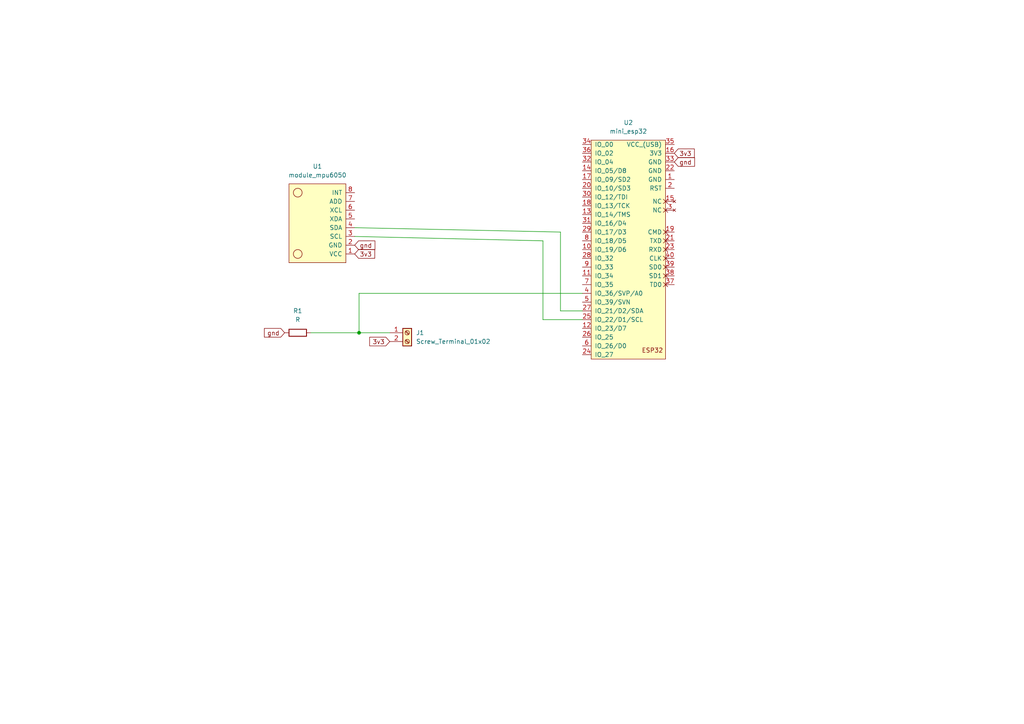
<source format=kicad_sch>
(kicad_sch (version 20211123) (generator eeschema)
  (paper "A4")
  (lib_symbols
    (symbol "Connector:Screw_Terminal_01x02" (pin_names (offset 1.016) hide)
      (property "Reference" "J" (at 0 2.54 0))
      (property "Value" "Screw_Terminal_01x02" (at 0 -5.08 0))
      (symbol "Screw_Terminal_01x02_1_1"
        (rectangle (start -1.27 1.27) (end 1.27 -3.81) (stroke (width 0.254)) (fill (type background)))
        (circle (center 0 -2.54) (radius 0.635) (stroke (width 0.1524)))
        (polyline (pts (xy -0.5334 -2.2098) (xy 0.3302 -3.048)) (stroke (width 0.1524)))
        (polyline (pts (xy -0.5334 0.3302) (xy 0.3302 -0.508)) (stroke (width 0.1524)))
        (polyline (pts (xy -0.3556 -2.032) (xy 0.508 -2.8702)) (stroke (width 0.1524)))
        (polyline (pts (xy -0.3556 0.508) (xy 0.508 -0.3302)) (stroke (width 0.1524)))
        (circle (center 0 0) (radius 0.635) (stroke (width 0.1524)))
        (pin passive line (at -5.08 0 0) (length 3.81) (name "Pin_1") (number "1"))
        (pin passive line (at -5.08 -2.54 0) (length 3.81) (name "Pin_2") (number "2"))
      )
    )
    (symbol "Device:R" (pin_numbers hide) (pin_names (offset 0))
      (property "Reference" "R" (at 2.032 0 90))
      (property "Value" "R" (at 0 0 90))
      (symbol "R_0_1"
        (rectangle (start -1.016 -2.54) (end 1.016 2.54) (stroke (width 0.254)))
      )
      (symbol "R_1_1"
        (pin passive line (at 0 3.81 270) (length 1.27) (name "~") (number "1"))
        (pin passive line (at 0 -3.81 90) (length 1.27) (name "~") (number "2"))
      )
    )
    (symbol "ESP32_mini:mini_esp32" (pin_names (offset 1.016))
      (property "Reference" "U" (at -7.62 -50.8 0))
      (property "Value" "mini_esp32" (at 5.08 -59.69 0))
      (symbol "mini_esp32_0_0"
        (text "ESP32" (at 7.62 -62.23 0) (effects (font (size 1.27 1.27))))
        (pin power_in line (at 13.97 -12.7 180) (length 2.54) (name "GND") (number "1"))
        (pin input line (at 13.97 -15.24 180) (length 2.54) (name "RST") (number "2"))
        (pin no_connect non_logic (at 13.97 -21.59 180) (length 2.54) (name "NC") (number "3"))
        (pin bidirectional line (at -12.7 -45.72 0) (length 2.54) (name "IO_36/SVP/A0") (number "4"))
        (pin bidirectional line (at -12.7 -48.26 0) (length 2.54) (name "IO_39/SVN") (number "5"))
      )
      (symbol "mini_esp32_0_1"
        (rectangle (start -10.16 -1.27) (end 11.43 -64.77) (fill (type background)))
      )
      (symbol "mini_esp32_1_1"
        (pin bidirectional line (at -12.7 -33.02 0) (length 2.54) (name "IO_19/D6") (number "10"))
        (pin bidirectional line (at -12.7 -40.64 0) (length 2.54) (name "IO_34") (number "11"))
        (pin bidirectional line (at -12.7 -55.88 0) (length 2.54) (name "IO_23/D7") (number "12"))
        (pin bidirectional line (at -12.7 -22.86 0) (length 2.54) (name "IO_14/TMS") (number "13"))
        (pin bidirectional line (at -12.7 -10.16 0) (length 2.54) (name "IO_05/D8") (number "14"))
        (pin no_connect non_logic (at 13.97 -19.05 180) (length 2.54) (name "NC") (number "15"))
        (pin power_in line (at 13.97 -5.08 180) (length 2.54) (name "3V3") (number "16"))
        (pin bidirectional line (at -12.7 -12.7 0) (length 2.54) (name "IO_09/SD2") (number "17"))
        (pin bidirectional line (at -12.7 -20.32 0) (length 2.54) (name "IO_13/TCK") (number "18"))
        (pin passive non_logic (at 13.97 -27.94 180) (length 2.54) (name "CMD") (number "19"))
        (pin bidirectional line (at -12.7 -15.24 0) (length 2.54) (name "IO_10/SD3") (number "20"))
        (pin passive non_logic (at 13.97 -30.48 180) (length 2.54) (name "TXD") (number "21"))
        (pin power_in line (at 13.97 -10.16 180) (length 2.54) (name "GND") (number "22"))
        (pin passive non_logic (at 13.97 -33.02 180) (length 2.54) (name "RXD") (number "23"))
        (pin bidirectional line (at -12.7 -63.5 0) (length 2.54) (name "IO_27") (number "24"))
        (pin bidirectional line (at -12.7 -53.34 0) (length 2.54) (name "IO_22/D1/SCL") (number "25"))
        (pin bidirectional line (at -12.7 -58.42 0) (length 2.54) (name "IO_25") (number "26"))
        (pin bidirectional line (at -12.7 -50.8 0) (length 2.54) (name "IO_21/D2/SDA") (number "27"))
        (pin bidirectional line (at -12.7 -35.56 0) (length 2.54) (name "IO_32") (number "28"))
        (pin bidirectional line (at -12.7 -27.94 0) (length 2.54) (name "IO_17/D3") (number "29"))
        (pin bidirectional line (at -12.7 -17.78 0) (length 2.54) (name "IO_12/TDI") (number "30"))
        (pin bidirectional line (at -12.7 -25.4 0) (length 2.54) (name "IO_16/D4") (number "31"))
        (pin bidirectional line (at -12.7 -7.62 0) (length 2.54) (name "IO_04") (number "32"))
        (pin power_in line (at 13.97 -7.62 180) (length 2.54) (name "GND") (number "33"))
        (pin bidirectional line (at -12.7 -2.54 0) (length 2.54) (name "IO_00") (number "34"))
        (pin power_in line (at 13.97 -2.54 180) (length 2.54) (name "VCC_(USB)") (number "35"))
        (pin bidirectional line (at -12.7 -5.08 0) (length 2.54) (name "IO_02") (number "36"))
        (pin passive non_logic (at 13.97 -43.18 180) (length 2.54) (name "TD0") (number "37"))
        (pin passive non_logic (at 13.97 -40.64 180) (length 2.54) (name "SD1") (number "38"))
        (pin passive non_logic (at 13.97 -38.1 180) (length 2.54) (name "SD0") (number "39"))
        (pin passive non_logic (at 13.97 -35.56 180) (length 2.54) (name "CLK") (number "40"))
        (pin bidirectional line (at -12.7 -60.96 0) (length 2.54) (name "IO_26/D0") (number "6"))
        (pin bidirectional line (at -12.7 -43.18 0) (length 2.54) (name "IO_35") (number "7"))
        (pin bidirectional line (at -12.7 -30.48 0) (length 2.54) (name "IO_18/D5") (number "8"))
        (pin bidirectional line (at -12.7 -38.1 0) (length 2.54) (name "IO_33") (number "9"))
      )
    )
    (symbol "usini_sensors:module_mpu6050" (pin_names (offset 1.016))
      (property "Reference" "U" (at 2.54 21.59 0))
      (property "Value" "module_mpu6050" (at 11.43 -3.81 0))
      (symbol "module_mpu6050_0_1"
        (rectangle (start 2.54 20.32) (end 19.05 -2.54) (fill (type background)))
        (circle (center 16.51 0) (radius 1.27))
        (circle (center 16.51 17.78) (radius 1.27))
      )
      (symbol "module_mpu6050_1_1"
        (pin input line (at 0 17.78 0) (length 2.54) (name "VCC") (number "1"))
        (pin input line (at 0 15.24 0) (length 2.54) (name "GND") (number "2"))
        (pin input line (at 0 12.7 0) (length 2.54) (name "SCL") (number "3"))
        (pin input line (at 0 10.16 0) (length 2.54) (name "SDA") (number "4"))
        (pin input line (at 0 7.62 0) (length 2.54) (name "XDA") (number "5"))
        (pin input line (at 0 5.08 0) (length 2.54) (name "XCL") (number "6"))
        (pin input line (at 0 2.54 0) (length 2.54) (name "ADD") (number "7"))
        (pin input line (at 0 0 0) (length 2.54) (name "INT") (number "8"))
      )
    )
  )
  (junction (at 104.14 96.52))
  (wire (pts (xy 104.14 96.52) (xy 113.03 96.52)))
  (wire (pts (xy 102.87 66.04) (xy 162.56 67.31)))
  (wire (pts (xy 157.48 69.85) (xy 157.48 92.71)))
  (wire (pts (xy 162.56 90.17) (xy 168.91 90.17)))
  (wire (pts (xy 168.91 85.09) (xy 104.14 85.09)))
  (wire (pts (xy 162.56 67.31) (xy 162.56 90.17)))
  (wire (pts (xy 157.48 92.71) (xy 168.91 92.71)))
  (wire (pts (xy 104.14 85.09) (xy 104.14 96.52)))
  (wire (pts (xy 90.17 96.52) (xy 104.14 96.52)))
  (wire (pts (xy 102.87 68.58) (xy 157.48 69.85)))
  (global_label "3v3" (shape input) (at 195.58 44.45 0) (property "Intersheet References" "${INTERSHEET_REFS}" (effects hide)))
  (global_label "3v3" (shape input) (at 113.03 99.06 180) (property "Intersheet References" "${INTERSHEET_REFS}" (effects hide)))
  (global_label "3v3" (shape input) (at 102.87 73.66 0) (property "Intersheet References" "${INTERSHEET_REFS}" (effects hide)))
  (global_label "gnd" (shape input) (at 102.87 71.12 0) (property "Intersheet References" "${INTERSHEET_REFS}" (effects hide)))
  (global_label "gnd" (shape input) (at 195.58 46.99 0) (property "Intersheet References" "${INTERSHEET_REFS}" (effects hide)))
  (global_label "gnd" (shape input) (at 82.55 96.52 180) (property "Intersheet References" "${INTERSHEET_REFS}" (effects hide)))
  (symbol (lib_id "ESP32_mini:mini_esp32") (at 181.61 39.37 0) (unit 1)
    (property "Reference" "U2" (at 182.245 35.56 0))
    (property "Value" "mini_esp32" (at 182.245 38.1 0))
    (property "Footprint" "ESP32_mini:ESP32_mini" (effects hide))
  )
  (symbol (lib_id "Connector:Screw_Terminal_01x02") (at 118.11 96.52 0) (unit 1)
    (property "Reference" "J1" (at 120.65 96.5199 0) (effects (justify left)))
    (property "Value" "Screw_Terminal_01x02" (at 120.65 99.0599 0) (effects (justify left)))
    (property "Footprint" "Connector_Phoenix_MSTB:PhoenixContact_MSTBA_2,5_2-G-5,08_1x02_P5.08mm_Horizontal" (effects hide))
  )
  (symbol (lib_id "Device:R") (at 86.36 96.52 90) (unit 1)
    (property "Reference" "R1" (at 86.36 90.17 90))
    (property "Value" "R" (at 86.36 92.71 90))
    (property "Footprint" "Resistor_THT:R_Axial_DIN0207_L6.3mm_D2.5mm_P10.16mm_Horizontal" (effects hide))
  )
  (symbol (lib_id "usini_sensors:module_mpu6050") (at 102.87 55.88 180) (unit 1)
    (property "Reference" "U1" (at 92.075 48.26 0))
    (property "Value" "module_mpu6050" (at 92.075 50.8 0))
    (property "Footprint" "usini_sensors:module_mpu6050" (effects hide))
  )
)
</source>
